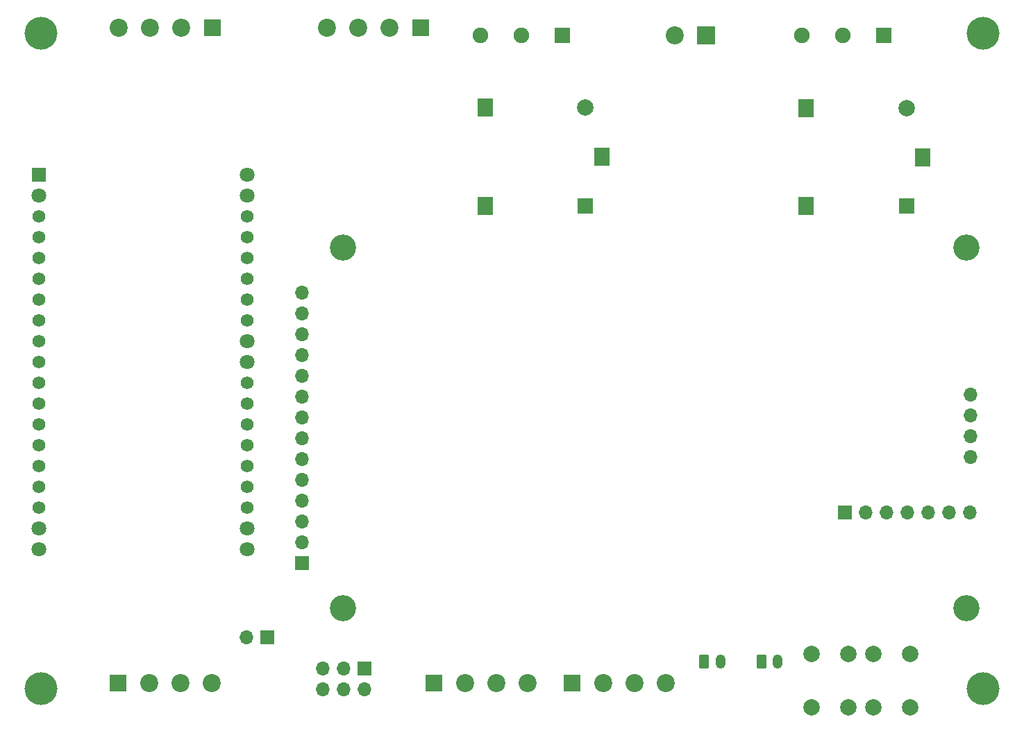
<source format=gbr>
%TF.GenerationSoftware,KiCad,Pcbnew,7.0.5-7.0.5~ubuntu20.04.1*%
%TF.CreationDate,2023-06-23T08:30:10+02:00*%
%TF.ProjectId,ControllerCircuit,436f6e74-726f-46c6-9c65-724369726375,rev?*%
%TF.SameCoordinates,Original*%
%TF.FileFunction,Soldermask,Bot*%
%TF.FilePolarity,Negative*%
%FSLAX46Y46*%
G04 Gerber Fmt 4.6, Leading zero omitted, Abs format (unit mm)*
G04 Created by KiCad (PCBNEW 7.0.5-7.0.5~ubuntu20.04.1) date 2023-06-23 08:30:10*
%MOMM*%
%LPD*%
G01*
G04 APERTURE LIST*
G04 Aperture macros list*
%AMRoundRect*
0 Rectangle with rounded corners*
0 $1 Rounding radius*
0 $2 $3 $4 $5 $6 $7 $8 $9 X,Y pos of 4 corners*
0 Add a 4 corners polygon primitive as box body*
4,1,4,$2,$3,$4,$5,$6,$7,$8,$9,$2,$3,0*
0 Add four circle primitives for the rounded corners*
1,1,$1+$1,$2,$3*
1,1,$1+$1,$4,$5*
1,1,$1+$1,$6,$7*
1,1,$1+$1,$8,$9*
0 Add four rect primitives between the rounded corners*
20,1,$1+$1,$2,$3,$4,$5,0*
20,1,$1+$1,$4,$5,$6,$7,0*
20,1,$1+$1,$6,$7,$8,$9,0*
20,1,$1+$1,$8,$9,$2,$3,0*%
G04 Aperture macros list end*
%ADD10C,4.000000*%
%ADD11R,2.000000X2.000000*%
%ADD12C,2.200000*%
%ADD13R,1.800000X1.800000*%
%ADD14C,1.800000*%
%ADD15C,1.560000*%
%ADD16R,1.700000X1.700000*%
%ADD17O,1.700000X1.700000*%
%ADD18RoundRect,0.249999X-0.350001X-0.625001X0.350001X-0.625001X0.350001X0.625001X-0.350001X0.625001X0*%
%ADD19O,1.200000X1.750000*%
%ADD20R,1.980000X1.980000*%
%ADD21C,2.000000*%
%ADD22R,1.900000X2.200000*%
%ADD23R,1.900000X1.900000*%
%ADD24C,1.900000*%
%ADD25R,2.200000X2.200000*%
%ADD26C,3.200000*%
G04 APERTURE END LIST*
D10*
%TO.C,REF\u002A\u002A*%
X118650000Y83800000D03*
%TD*%
%TO.C,REF\u002A\u002A*%
X118650000Y3850000D03*
%TD*%
D11*
%TO.C,J7*%
X68499020Y4511340D03*
D12*
X72309020Y4511340D03*
X76119020Y4511340D03*
X79929020Y4511340D03*
%TD*%
D13*
%TO.C,U4*%
X3506394Y66570000D03*
D14*
X3506394Y64030000D03*
D15*
X3506394Y61490000D03*
X3506394Y58950000D03*
X3506394Y56410000D03*
X3506394Y53870000D03*
X3506394Y51330000D03*
X3506394Y48790000D03*
X3506394Y46250000D03*
X3506394Y43710000D03*
X3506394Y41170000D03*
X3506394Y38630000D03*
X3506394Y36090000D03*
X3506394Y33550000D03*
X3506394Y31010000D03*
X3506394Y28470000D03*
X3506394Y25930000D03*
D14*
X3506394Y23390000D03*
X3506394Y20850000D03*
X28906394Y66570000D03*
X28906394Y64030000D03*
D15*
X28906394Y61490000D03*
X28906394Y58950000D03*
X28906394Y56410000D03*
X28906394Y53870000D03*
X28906394Y51330000D03*
X28906394Y48790000D03*
D14*
X28906394Y46250000D03*
X28906394Y43710000D03*
D15*
X28906394Y41170000D03*
X28906394Y38630000D03*
X28906394Y36090000D03*
X28906394Y33550000D03*
X28906394Y31010000D03*
X28906394Y28470000D03*
X28906394Y25930000D03*
D14*
X28906394Y23390000D03*
X28906394Y20850000D03*
%TD*%
D11*
%TO.C,J1*%
X13090000Y4500000D03*
D12*
X16900000Y4500000D03*
X20710000Y4500000D03*
X24520000Y4500000D03*
%TD*%
D11*
%TO.C,J4*%
X51675686Y4496340D03*
D12*
X55485686Y4496340D03*
X59295686Y4496340D03*
X63105686Y4496340D03*
%TD*%
D16*
%TO.C,J8*%
X43200000Y6250000D03*
D17*
X43200000Y3710000D03*
X40660000Y6250000D03*
X40660000Y3710000D03*
X38120000Y6250000D03*
X38120000Y3710000D03*
%TD*%
D18*
%TO.C,TX1*%
X91591000Y7150400D03*
D19*
X93591000Y7150400D03*
%TD*%
D18*
%TO.C,RX1*%
X84580720Y7150400D03*
D19*
X86580720Y7150400D03*
%TD*%
D20*
%TO.C,K1*%
X109265000Y62700000D03*
D21*
X109265000Y74700000D03*
D22*
X111265000Y68700000D03*
X97065000Y62700000D03*
X97065000Y74700000D03*
%TD*%
D16*
%TO.C,J10*%
X31300000Y10100000D03*
D17*
X28760000Y10100000D03*
%TD*%
D10*
%TO.C,REF\u002A\u002A*%
X3700000Y83800000D03*
%TD*%
%TO.C,REF\u002A\u002A*%
X3700000Y3800000D03*
%TD*%
D23*
%TO.C,J2*%
X106475000Y83550000D03*
D24*
X101475000Y83550000D03*
X96475000Y83550000D03*
%TD*%
D11*
%TO.C,J12*%
X24660000Y84470000D03*
D12*
X20850000Y84470000D03*
X17040000Y84470000D03*
X13230000Y84470000D03*
%TD*%
D25*
%TO.C,J5*%
X84825000Y83550000D03*
D12*
X81025000Y83550000D03*
%TD*%
D16*
%TO.C,J14*%
X101800000Y25300000D03*
D17*
X104340000Y25300000D03*
X106880000Y25300000D03*
X109420000Y25300000D03*
X111960000Y25300000D03*
X114500000Y25300000D03*
X117040000Y25300000D03*
%TD*%
D21*
%TO.C,SW1*%
X97687000Y1524000D03*
X97687000Y8024000D03*
X102187000Y1524000D03*
X102187000Y8024000D03*
%TD*%
%TO.C,SW2*%
X105250000Y1524000D03*
X105250000Y8024000D03*
X109750000Y1524000D03*
X109750000Y8024000D03*
%TD*%
D26*
%TO.C,LCD1*%
X116550000Y13625000D03*
X116550000Y57625000D03*
X40550000Y13625000D03*
X40550000Y57625000D03*
D16*
X35550000Y19125000D03*
D17*
X35550000Y21665000D03*
X35550000Y24205000D03*
X35550000Y26745000D03*
X35550000Y29285000D03*
X35550000Y31825000D03*
X35550000Y34365000D03*
X35550000Y36905000D03*
X35550000Y39445000D03*
X35550000Y41985000D03*
X35550000Y44525000D03*
X35550000Y47065000D03*
X35550000Y49605000D03*
X35550000Y52145000D03*
X117050000Y32125000D03*
X117050000Y34665000D03*
X117050000Y37205000D03*
X117050000Y39745000D03*
%TD*%
D11*
%TO.C,J9*%
X50075000Y84470000D03*
D12*
X46265000Y84470000D03*
X42455000Y84470000D03*
X38645000Y84470000D03*
%TD*%
D20*
%TO.C,K2*%
X70100000Y62750000D03*
D21*
X70100000Y74750000D03*
D22*
X72100000Y68750000D03*
X57900000Y62750000D03*
X57900000Y74750000D03*
%TD*%
D23*
%TO.C,J3*%
X67310000Y83600000D03*
D24*
X62310000Y83600000D03*
X57310000Y83600000D03*
%TD*%
M02*

</source>
